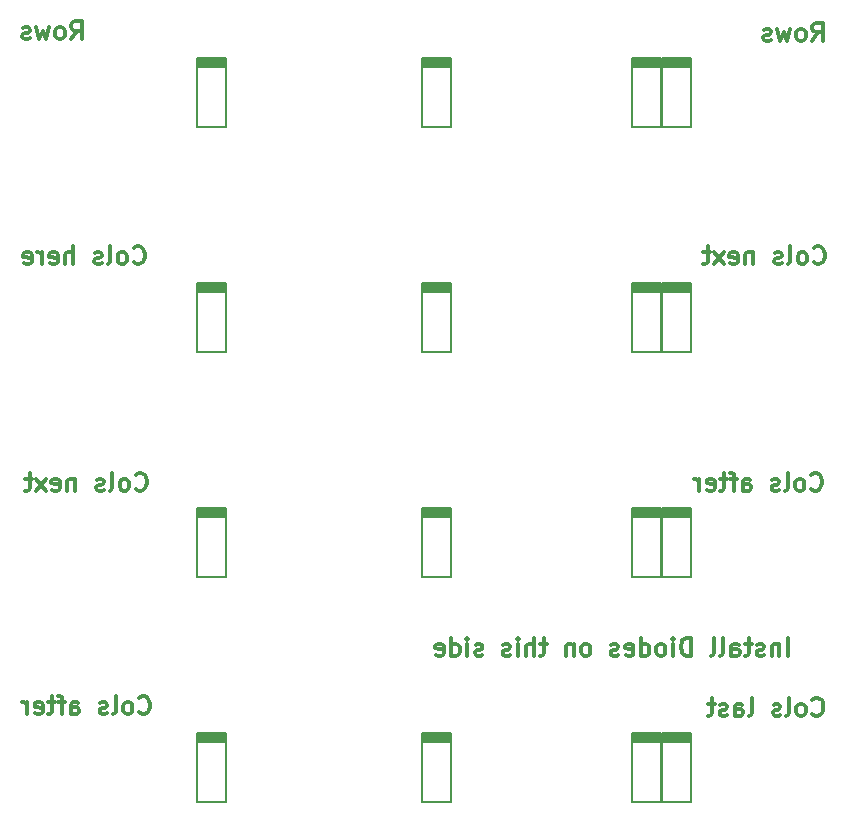
<source format=gbr>
G04 #@! TF.GenerationSoftware,KiCad,Pcbnew,(5.1.9)-1*
G04 #@! TF.CreationDate,2021-02-07T22:47:52-06:00*
G04 #@! TF.ProjectId,4x4_backpack,3478345f-6261-4636-9b70-61636b2e6b69,rev?*
G04 #@! TF.SameCoordinates,Original*
G04 #@! TF.FileFunction,Legend,Bot*
G04 #@! TF.FilePolarity,Positive*
%FSLAX46Y46*%
G04 Gerber Fmt 4.6, Leading zero omitted, Abs format (unit mm)*
G04 Created by KiCad (PCBNEW (5.1.9)-1) date 2021-02-07 22:47:52*
%MOMM*%
%LPD*%
G01*
G04 APERTURE LIST*
%ADD10C,0.300000*%
%ADD11C,0.200000*%
G04 APERTURE END LIST*
D10*
X146033571Y-119788714D02*
X146105000Y-119860142D01*
X146319285Y-119931571D01*
X146462142Y-119931571D01*
X146676428Y-119860142D01*
X146819285Y-119717285D01*
X146890714Y-119574428D01*
X146962142Y-119288714D01*
X146962142Y-119074428D01*
X146890714Y-118788714D01*
X146819285Y-118645857D01*
X146676428Y-118503000D01*
X146462142Y-118431571D01*
X146319285Y-118431571D01*
X146105000Y-118503000D01*
X146033571Y-118574428D01*
X145176428Y-119931571D02*
X145319285Y-119860142D01*
X145390714Y-119788714D01*
X145462142Y-119645857D01*
X145462142Y-119217285D01*
X145390714Y-119074428D01*
X145319285Y-119003000D01*
X145176428Y-118931571D01*
X144962142Y-118931571D01*
X144819285Y-119003000D01*
X144747857Y-119074428D01*
X144676428Y-119217285D01*
X144676428Y-119645857D01*
X144747857Y-119788714D01*
X144819285Y-119860142D01*
X144962142Y-119931571D01*
X145176428Y-119931571D01*
X143819285Y-119931571D02*
X143962142Y-119860142D01*
X144033571Y-119717285D01*
X144033571Y-118431571D01*
X143319285Y-119860142D02*
X143176428Y-119931571D01*
X142890714Y-119931571D01*
X142747857Y-119860142D01*
X142676428Y-119717285D01*
X142676428Y-119645857D01*
X142747857Y-119503000D01*
X142890714Y-119431571D01*
X143105000Y-119431571D01*
X143247857Y-119360142D01*
X143319285Y-119217285D01*
X143319285Y-119145857D01*
X143247857Y-119003000D01*
X143105000Y-118931571D01*
X142890714Y-118931571D01*
X142747857Y-119003000D01*
X140247857Y-119931571D02*
X140247857Y-119145857D01*
X140319285Y-119003000D01*
X140462142Y-118931571D01*
X140747857Y-118931571D01*
X140890714Y-119003000D01*
X140247857Y-119860142D02*
X140390714Y-119931571D01*
X140747857Y-119931571D01*
X140890714Y-119860142D01*
X140962142Y-119717285D01*
X140962142Y-119574428D01*
X140890714Y-119431571D01*
X140747857Y-119360142D01*
X140390714Y-119360142D01*
X140247857Y-119288714D01*
X139747857Y-118931571D02*
X139176428Y-118931571D01*
X139533571Y-119931571D02*
X139533571Y-118645857D01*
X139462142Y-118503000D01*
X139319285Y-118431571D01*
X139176428Y-118431571D01*
X138890714Y-118931571D02*
X138319285Y-118931571D01*
X138676428Y-118431571D02*
X138676428Y-119717285D01*
X138605000Y-119860142D01*
X138462142Y-119931571D01*
X138319285Y-119931571D01*
X137247857Y-119860142D02*
X137390714Y-119931571D01*
X137676428Y-119931571D01*
X137819285Y-119860142D01*
X137890714Y-119717285D01*
X137890714Y-119145857D01*
X137819285Y-119003000D01*
X137676428Y-118931571D01*
X137390714Y-118931571D01*
X137247857Y-119003000D01*
X137176428Y-119145857D01*
X137176428Y-119288714D01*
X137890714Y-119431571D01*
X136533571Y-119931571D02*
X136533571Y-118931571D01*
X136533571Y-119217285D02*
X136462142Y-119074428D01*
X136390714Y-119003000D01*
X136247857Y-118931571D01*
X136105000Y-118931571D01*
X89137571Y-138711714D02*
X89209000Y-138783142D01*
X89423285Y-138854571D01*
X89566142Y-138854571D01*
X89780428Y-138783142D01*
X89923285Y-138640285D01*
X89994714Y-138497428D01*
X90066142Y-138211714D01*
X90066142Y-137997428D01*
X89994714Y-137711714D01*
X89923285Y-137568857D01*
X89780428Y-137426000D01*
X89566142Y-137354571D01*
X89423285Y-137354571D01*
X89209000Y-137426000D01*
X89137571Y-137497428D01*
X88280428Y-138854571D02*
X88423285Y-138783142D01*
X88494714Y-138711714D01*
X88566142Y-138568857D01*
X88566142Y-138140285D01*
X88494714Y-137997428D01*
X88423285Y-137926000D01*
X88280428Y-137854571D01*
X88066142Y-137854571D01*
X87923285Y-137926000D01*
X87851857Y-137997428D01*
X87780428Y-138140285D01*
X87780428Y-138568857D01*
X87851857Y-138711714D01*
X87923285Y-138783142D01*
X88066142Y-138854571D01*
X88280428Y-138854571D01*
X86923285Y-138854571D02*
X87066142Y-138783142D01*
X87137571Y-138640285D01*
X87137571Y-137354571D01*
X86423285Y-138783142D02*
X86280428Y-138854571D01*
X85994714Y-138854571D01*
X85851857Y-138783142D01*
X85780428Y-138640285D01*
X85780428Y-138568857D01*
X85851857Y-138426000D01*
X85994714Y-138354571D01*
X86209000Y-138354571D01*
X86351857Y-138283142D01*
X86423285Y-138140285D01*
X86423285Y-138068857D01*
X86351857Y-137926000D01*
X86209000Y-137854571D01*
X85994714Y-137854571D01*
X85851857Y-137926000D01*
X83351857Y-138854571D02*
X83351857Y-138068857D01*
X83423285Y-137926000D01*
X83566142Y-137854571D01*
X83851857Y-137854571D01*
X83994714Y-137926000D01*
X83351857Y-138783142D02*
X83494714Y-138854571D01*
X83851857Y-138854571D01*
X83994714Y-138783142D01*
X84066142Y-138640285D01*
X84066142Y-138497428D01*
X83994714Y-138354571D01*
X83851857Y-138283142D01*
X83494714Y-138283142D01*
X83351857Y-138211714D01*
X82851857Y-137854571D02*
X82280428Y-137854571D01*
X82637571Y-138854571D02*
X82637571Y-137568857D01*
X82566142Y-137426000D01*
X82423285Y-137354571D01*
X82280428Y-137354571D01*
X81994714Y-137854571D02*
X81423285Y-137854571D01*
X81780428Y-137354571D02*
X81780428Y-138640285D01*
X81709000Y-138783142D01*
X81566142Y-138854571D01*
X81423285Y-138854571D01*
X80351857Y-138783142D02*
X80494714Y-138854571D01*
X80780428Y-138854571D01*
X80923285Y-138783142D01*
X80994714Y-138640285D01*
X80994714Y-138068857D01*
X80923285Y-137926000D01*
X80780428Y-137854571D01*
X80494714Y-137854571D01*
X80351857Y-137926000D01*
X80280428Y-138068857D01*
X80280428Y-138211714D01*
X80994714Y-138354571D01*
X79637571Y-138854571D02*
X79637571Y-137854571D01*
X79637571Y-138140285D02*
X79566142Y-137997428D01*
X79494714Y-137926000D01*
X79351857Y-137854571D01*
X79209000Y-137854571D01*
X146132857Y-138838714D02*
X146204285Y-138910142D01*
X146418571Y-138981571D01*
X146561428Y-138981571D01*
X146775714Y-138910142D01*
X146918571Y-138767285D01*
X146990000Y-138624428D01*
X147061428Y-138338714D01*
X147061428Y-138124428D01*
X146990000Y-137838714D01*
X146918571Y-137695857D01*
X146775714Y-137553000D01*
X146561428Y-137481571D01*
X146418571Y-137481571D01*
X146204285Y-137553000D01*
X146132857Y-137624428D01*
X145275714Y-138981571D02*
X145418571Y-138910142D01*
X145490000Y-138838714D01*
X145561428Y-138695857D01*
X145561428Y-138267285D01*
X145490000Y-138124428D01*
X145418571Y-138053000D01*
X145275714Y-137981571D01*
X145061428Y-137981571D01*
X144918571Y-138053000D01*
X144847142Y-138124428D01*
X144775714Y-138267285D01*
X144775714Y-138695857D01*
X144847142Y-138838714D01*
X144918571Y-138910142D01*
X145061428Y-138981571D01*
X145275714Y-138981571D01*
X143918571Y-138981571D02*
X144061428Y-138910142D01*
X144132857Y-138767285D01*
X144132857Y-137481571D01*
X143418571Y-138910142D02*
X143275714Y-138981571D01*
X142990000Y-138981571D01*
X142847142Y-138910142D01*
X142775714Y-138767285D01*
X142775714Y-138695857D01*
X142847142Y-138553000D01*
X142990000Y-138481571D01*
X143204285Y-138481571D01*
X143347142Y-138410142D01*
X143418571Y-138267285D01*
X143418571Y-138195857D01*
X143347142Y-138053000D01*
X143204285Y-137981571D01*
X142990000Y-137981571D01*
X142847142Y-138053000D01*
X140775714Y-138981571D02*
X140918571Y-138910142D01*
X140990000Y-138767285D01*
X140990000Y-137481571D01*
X139561428Y-138981571D02*
X139561428Y-138195857D01*
X139632857Y-138053000D01*
X139775714Y-137981571D01*
X140061428Y-137981571D01*
X140204285Y-138053000D01*
X139561428Y-138910142D02*
X139704285Y-138981571D01*
X140061428Y-138981571D01*
X140204285Y-138910142D01*
X140275714Y-138767285D01*
X140275714Y-138624428D01*
X140204285Y-138481571D01*
X140061428Y-138410142D01*
X139704285Y-138410142D01*
X139561428Y-138338714D01*
X138918571Y-138910142D02*
X138775714Y-138981571D01*
X138490000Y-138981571D01*
X138347142Y-138910142D01*
X138275714Y-138767285D01*
X138275714Y-138695857D01*
X138347142Y-138553000D01*
X138490000Y-138481571D01*
X138704285Y-138481571D01*
X138847142Y-138410142D01*
X138918571Y-138267285D01*
X138918571Y-138195857D01*
X138847142Y-138053000D01*
X138704285Y-137981571D01*
X138490000Y-137981571D01*
X138347142Y-138053000D01*
X137847142Y-137981571D02*
X137275714Y-137981571D01*
X137632857Y-137481571D02*
X137632857Y-138767285D01*
X137561428Y-138910142D01*
X137418571Y-138981571D01*
X137275714Y-138981571D01*
X88851857Y-119788714D02*
X88923285Y-119860142D01*
X89137571Y-119931571D01*
X89280428Y-119931571D01*
X89494714Y-119860142D01*
X89637571Y-119717285D01*
X89709000Y-119574428D01*
X89780428Y-119288714D01*
X89780428Y-119074428D01*
X89709000Y-118788714D01*
X89637571Y-118645857D01*
X89494714Y-118503000D01*
X89280428Y-118431571D01*
X89137571Y-118431571D01*
X88923285Y-118503000D01*
X88851857Y-118574428D01*
X87994714Y-119931571D02*
X88137571Y-119860142D01*
X88209000Y-119788714D01*
X88280428Y-119645857D01*
X88280428Y-119217285D01*
X88209000Y-119074428D01*
X88137571Y-119003000D01*
X87994714Y-118931571D01*
X87780428Y-118931571D01*
X87637571Y-119003000D01*
X87566142Y-119074428D01*
X87494714Y-119217285D01*
X87494714Y-119645857D01*
X87566142Y-119788714D01*
X87637571Y-119860142D01*
X87780428Y-119931571D01*
X87994714Y-119931571D01*
X86637571Y-119931571D02*
X86780428Y-119860142D01*
X86851857Y-119717285D01*
X86851857Y-118431571D01*
X86137571Y-119860142D02*
X85994714Y-119931571D01*
X85709000Y-119931571D01*
X85566142Y-119860142D01*
X85494714Y-119717285D01*
X85494714Y-119645857D01*
X85566142Y-119503000D01*
X85709000Y-119431571D01*
X85923285Y-119431571D01*
X86066142Y-119360142D01*
X86137571Y-119217285D01*
X86137571Y-119145857D01*
X86066142Y-119003000D01*
X85923285Y-118931571D01*
X85709000Y-118931571D01*
X85566142Y-119003000D01*
X83709000Y-118931571D02*
X83709000Y-119931571D01*
X83709000Y-119074428D02*
X83637571Y-119003000D01*
X83494714Y-118931571D01*
X83280428Y-118931571D01*
X83137571Y-119003000D01*
X83066142Y-119145857D01*
X83066142Y-119931571D01*
X81780428Y-119860142D02*
X81923285Y-119931571D01*
X82209000Y-119931571D01*
X82351857Y-119860142D01*
X82423285Y-119717285D01*
X82423285Y-119145857D01*
X82351857Y-119003000D01*
X82209000Y-118931571D01*
X81923285Y-118931571D01*
X81780428Y-119003000D01*
X81709000Y-119145857D01*
X81709000Y-119288714D01*
X82423285Y-119431571D01*
X81209000Y-119931571D02*
X80423285Y-118931571D01*
X81209000Y-118931571D02*
X80423285Y-119931571D01*
X80066142Y-118931571D02*
X79494714Y-118931571D01*
X79851857Y-118431571D02*
X79851857Y-119717285D01*
X79780428Y-119860142D01*
X79637571Y-119931571D01*
X79494714Y-119931571D01*
X146255857Y-100611714D02*
X146327285Y-100683142D01*
X146541571Y-100754571D01*
X146684428Y-100754571D01*
X146898714Y-100683142D01*
X147041571Y-100540285D01*
X147113000Y-100397428D01*
X147184428Y-100111714D01*
X147184428Y-99897428D01*
X147113000Y-99611714D01*
X147041571Y-99468857D01*
X146898714Y-99326000D01*
X146684428Y-99254571D01*
X146541571Y-99254571D01*
X146327285Y-99326000D01*
X146255857Y-99397428D01*
X145398714Y-100754571D02*
X145541571Y-100683142D01*
X145613000Y-100611714D01*
X145684428Y-100468857D01*
X145684428Y-100040285D01*
X145613000Y-99897428D01*
X145541571Y-99826000D01*
X145398714Y-99754571D01*
X145184428Y-99754571D01*
X145041571Y-99826000D01*
X144970142Y-99897428D01*
X144898714Y-100040285D01*
X144898714Y-100468857D01*
X144970142Y-100611714D01*
X145041571Y-100683142D01*
X145184428Y-100754571D01*
X145398714Y-100754571D01*
X144041571Y-100754571D02*
X144184428Y-100683142D01*
X144255857Y-100540285D01*
X144255857Y-99254571D01*
X143541571Y-100683142D02*
X143398714Y-100754571D01*
X143113000Y-100754571D01*
X142970142Y-100683142D01*
X142898714Y-100540285D01*
X142898714Y-100468857D01*
X142970142Y-100326000D01*
X143113000Y-100254571D01*
X143327285Y-100254571D01*
X143470142Y-100183142D01*
X143541571Y-100040285D01*
X143541571Y-99968857D01*
X143470142Y-99826000D01*
X143327285Y-99754571D01*
X143113000Y-99754571D01*
X142970142Y-99826000D01*
X141113000Y-99754571D02*
X141113000Y-100754571D01*
X141113000Y-99897428D02*
X141041571Y-99826000D01*
X140898714Y-99754571D01*
X140684428Y-99754571D01*
X140541571Y-99826000D01*
X140470142Y-99968857D01*
X140470142Y-100754571D01*
X139184428Y-100683142D02*
X139327285Y-100754571D01*
X139613000Y-100754571D01*
X139755857Y-100683142D01*
X139827285Y-100540285D01*
X139827285Y-99968857D01*
X139755857Y-99826000D01*
X139613000Y-99754571D01*
X139327285Y-99754571D01*
X139184428Y-99826000D01*
X139113000Y-99968857D01*
X139113000Y-100111714D01*
X139827285Y-100254571D01*
X138613000Y-100754571D02*
X137827285Y-99754571D01*
X138613000Y-99754571D02*
X137827285Y-100754571D01*
X137470142Y-99754571D02*
X136898714Y-99754571D01*
X137255857Y-99254571D02*
X137255857Y-100540285D01*
X137184428Y-100683142D01*
X137041571Y-100754571D01*
X136898714Y-100754571D01*
X88669285Y-100611714D02*
X88740714Y-100683142D01*
X88955000Y-100754571D01*
X89097857Y-100754571D01*
X89312142Y-100683142D01*
X89455000Y-100540285D01*
X89526428Y-100397428D01*
X89597857Y-100111714D01*
X89597857Y-99897428D01*
X89526428Y-99611714D01*
X89455000Y-99468857D01*
X89312142Y-99326000D01*
X89097857Y-99254571D01*
X88955000Y-99254571D01*
X88740714Y-99326000D01*
X88669285Y-99397428D01*
X87812142Y-100754571D02*
X87955000Y-100683142D01*
X88026428Y-100611714D01*
X88097857Y-100468857D01*
X88097857Y-100040285D01*
X88026428Y-99897428D01*
X87955000Y-99826000D01*
X87812142Y-99754571D01*
X87597857Y-99754571D01*
X87455000Y-99826000D01*
X87383571Y-99897428D01*
X87312142Y-100040285D01*
X87312142Y-100468857D01*
X87383571Y-100611714D01*
X87455000Y-100683142D01*
X87597857Y-100754571D01*
X87812142Y-100754571D01*
X86455000Y-100754571D02*
X86597857Y-100683142D01*
X86669285Y-100540285D01*
X86669285Y-99254571D01*
X85955000Y-100683142D02*
X85812142Y-100754571D01*
X85526428Y-100754571D01*
X85383571Y-100683142D01*
X85312142Y-100540285D01*
X85312142Y-100468857D01*
X85383571Y-100326000D01*
X85526428Y-100254571D01*
X85740714Y-100254571D01*
X85883571Y-100183142D01*
X85955000Y-100040285D01*
X85955000Y-99968857D01*
X85883571Y-99826000D01*
X85740714Y-99754571D01*
X85526428Y-99754571D01*
X85383571Y-99826000D01*
X83526428Y-100754571D02*
X83526428Y-99254571D01*
X82883571Y-100754571D02*
X82883571Y-99968857D01*
X82955000Y-99826000D01*
X83097857Y-99754571D01*
X83312142Y-99754571D01*
X83455000Y-99826000D01*
X83526428Y-99897428D01*
X81597857Y-100683142D02*
X81740714Y-100754571D01*
X82026428Y-100754571D01*
X82169285Y-100683142D01*
X82240714Y-100540285D01*
X82240714Y-99968857D01*
X82169285Y-99826000D01*
X82026428Y-99754571D01*
X81740714Y-99754571D01*
X81597857Y-99826000D01*
X81526428Y-99968857D01*
X81526428Y-100111714D01*
X82240714Y-100254571D01*
X80883571Y-100754571D02*
X80883571Y-99754571D01*
X80883571Y-100040285D02*
X80812142Y-99897428D01*
X80740714Y-99826000D01*
X80597857Y-99754571D01*
X80455000Y-99754571D01*
X79383571Y-100683142D02*
X79526428Y-100754571D01*
X79812142Y-100754571D01*
X79955000Y-100683142D01*
X80026428Y-100540285D01*
X80026428Y-99968857D01*
X79955000Y-99826000D01*
X79812142Y-99754571D01*
X79526428Y-99754571D01*
X79383571Y-99826000D01*
X79312142Y-99968857D01*
X79312142Y-100111714D01*
X80026428Y-100254571D01*
X146133142Y-81831571D02*
X146633142Y-81117285D01*
X146990285Y-81831571D02*
X146990285Y-80331571D01*
X146418857Y-80331571D01*
X146276000Y-80403000D01*
X146204571Y-80474428D01*
X146133142Y-80617285D01*
X146133142Y-80831571D01*
X146204571Y-80974428D01*
X146276000Y-81045857D01*
X146418857Y-81117285D01*
X146990285Y-81117285D01*
X145276000Y-81831571D02*
X145418857Y-81760142D01*
X145490285Y-81688714D01*
X145561714Y-81545857D01*
X145561714Y-81117285D01*
X145490285Y-80974428D01*
X145418857Y-80903000D01*
X145276000Y-80831571D01*
X145061714Y-80831571D01*
X144918857Y-80903000D01*
X144847428Y-80974428D01*
X144776000Y-81117285D01*
X144776000Y-81545857D01*
X144847428Y-81688714D01*
X144918857Y-81760142D01*
X145061714Y-81831571D01*
X145276000Y-81831571D01*
X144276000Y-80831571D02*
X143990285Y-81831571D01*
X143704571Y-81117285D01*
X143418857Y-81831571D01*
X143133142Y-80831571D01*
X142633142Y-81760142D02*
X142490285Y-81831571D01*
X142204571Y-81831571D01*
X142061714Y-81760142D01*
X141990285Y-81617285D01*
X141990285Y-81545857D01*
X142061714Y-81403000D01*
X142204571Y-81331571D01*
X142418857Y-81331571D01*
X142561714Y-81260142D01*
X142633142Y-81117285D01*
X142633142Y-81045857D01*
X142561714Y-80903000D01*
X142418857Y-80831571D01*
X142204571Y-80831571D01*
X142061714Y-80903000D01*
X83395142Y-81704571D02*
X83895142Y-80990285D01*
X84252285Y-81704571D02*
X84252285Y-80204571D01*
X83680857Y-80204571D01*
X83538000Y-80276000D01*
X83466571Y-80347428D01*
X83395142Y-80490285D01*
X83395142Y-80704571D01*
X83466571Y-80847428D01*
X83538000Y-80918857D01*
X83680857Y-80990285D01*
X84252285Y-80990285D01*
X82538000Y-81704571D02*
X82680857Y-81633142D01*
X82752285Y-81561714D01*
X82823714Y-81418857D01*
X82823714Y-80990285D01*
X82752285Y-80847428D01*
X82680857Y-80776000D01*
X82538000Y-80704571D01*
X82323714Y-80704571D01*
X82180857Y-80776000D01*
X82109428Y-80847428D01*
X82038000Y-80990285D01*
X82038000Y-81418857D01*
X82109428Y-81561714D01*
X82180857Y-81633142D01*
X82323714Y-81704571D01*
X82538000Y-81704571D01*
X81538000Y-80704571D02*
X81252285Y-81704571D01*
X80966571Y-80990285D01*
X80680857Y-81704571D01*
X80395142Y-80704571D01*
X79895142Y-81633142D02*
X79752285Y-81704571D01*
X79466571Y-81704571D01*
X79323714Y-81633142D01*
X79252285Y-81490285D01*
X79252285Y-81418857D01*
X79323714Y-81276000D01*
X79466571Y-81204571D01*
X79680857Y-81204571D01*
X79823714Y-81133142D01*
X79895142Y-80990285D01*
X79895142Y-80918857D01*
X79823714Y-80776000D01*
X79680857Y-80704571D01*
X79466571Y-80704571D01*
X79323714Y-80776000D01*
X144051857Y-133901571D02*
X144051857Y-132401571D01*
X143337571Y-132901571D02*
X143337571Y-133901571D01*
X143337571Y-133044428D02*
X143266142Y-132973000D01*
X143123285Y-132901571D01*
X142909000Y-132901571D01*
X142766142Y-132973000D01*
X142694714Y-133115857D01*
X142694714Y-133901571D01*
X142051857Y-133830142D02*
X141909000Y-133901571D01*
X141623285Y-133901571D01*
X141480428Y-133830142D01*
X141409000Y-133687285D01*
X141409000Y-133615857D01*
X141480428Y-133473000D01*
X141623285Y-133401571D01*
X141837571Y-133401571D01*
X141980428Y-133330142D01*
X142051857Y-133187285D01*
X142051857Y-133115857D01*
X141980428Y-132973000D01*
X141837571Y-132901571D01*
X141623285Y-132901571D01*
X141480428Y-132973000D01*
X140980428Y-132901571D02*
X140409000Y-132901571D01*
X140766142Y-132401571D02*
X140766142Y-133687285D01*
X140694714Y-133830142D01*
X140551857Y-133901571D01*
X140409000Y-133901571D01*
X139266142Y-133901571D02*
X139266142Y-133115857D01*
X139337571Y-132973000D01*
X139480428Y-132901571D01*
X139766142Y-132901571D01*
X139909000Y-132973000D01*
X139266142Y-133830142D02*
X139409000Y-133901571D01*
X139766142Y-133901571D01*
X139909000Y-133830142D01*
X139980428Y-133687285D01*
X139980428Y-133544428D01*
X139909000Y-133401571D01*
X139766142Y-133330142D01*
X139409000Y-133330142D01*
X139266142Y-133258714D01*
X138337571Y-133901571D02*
X138480428Y-133830142D01*
X138551857Y-133687285D01*
X138551857Y-132401571D01*
X137551857Y-133901571D02*
X137694714Y-133830142D01*
X137766142Y-133687285D01*
X137766142Y-132401571D01*
X135837571Y-133901571D02*
X135837571Y-132401571D01*
X135480428Y-132401571D01*
X135266142Y-132473000D01*
X135123285Y-132615857D01*
X135051857Y-132758714D01*
X134980428Y-133044428D01*
X134980428Y-133258714D01*
X135051857Y-133544428D01*
X135123285Y-133687285D01*
X135266142Y-133830142D01*
X135480428Y-133901571D01*
X135837571Y-133901571D01*
X134337571Y-133901571D02*
X134337571Y-132901571D01*
X134337571Y-132401571D02*
X134409000Y-132473000D01*
X134337571Y-132544428D01*
X134266142Y-132473000D01*
X134337571Y-132401571D01*
X134337571Y-132544428D01*
X133409000Y-133901571D02*
X133551857Y-133830142D01*
X133623285Y-133758714D01*
X133694714Y-133615857D01*
X133694714Y-133187285D01*
X133623285Y-133044428D01*
X133551857Y-132973000D01*
X133409000Y-132901571D01*
X133194714Y-132901571D01*
X133051857Y-132973000D01*
X132980428Y-133044428D01*
X132909000Y-133187285D01*
X132909000Y-133615857D01*
X132980428Y-133758714D01*
X133051857Y-133830142D01*
X133194714Y-133901571D01*
X133409000Y-133901571D01*
X131623285Y-133901571D02*
X131623285Y-132401571D01*
X131623285Y-133830142D02*
X131766142Y-133901571D01*
X132051857Y-133901571D01*
X132194714Y-133830142D01*
X132266142Y-133758714D01*
X132337571Y-133615857D01*
X132337571Y-133187285D01*
X132266142Y-133044428D01*
X132194714Y-132973000D01*
X132051857Y-132901571D01*
X131766142Y-132901571D01*
X131623285Y-132973000D01*
X130337571Y-133830142D02*
X130480428Y-133901571D01*
X130766142Y-133901571D01*
X130909000Y-133830142D01*
X130980428Y-133687285D01*
X130980428Y-133115857D01*
X130909000Y-132973000D01*
X130766142Y-132901571D01*
X130480428Y-132901571D01*
X130337571Y-132973000D01*
X130266142Y-133115857D01*
X130266142Y-133258714D01*
X130980428Y-133401571D01*
X129694714Y-133830142D02*
X129551857Y-133901571D01*
X129266142Y-133901571D01*
X129123285Y-133830142D01*
X129051857Y-133687285D01*
X129051857Y-133615857D01*
X129123285Y-133473000D01*
X129266142Y-133401571D01*
X129480428Y-133401571D01*
X129623285Y-133330142D01*
X129694714Y-133187285D01*
X129694714Y-133115857D01*
X129623285Y-132973000D01*
X129480428Y-132901571D01*
X129266142Y-132901571D01*
X129123285Y-132973000D01*
X127051857Y-133901571D02*
X127194714Y-133830142D01*
X127266142Y-133758714D01*
X127337571Y-133615857D01*
X127337571Y-133187285D01*
X127266142Y-133044428D01*
X127194714Y-132973000D01*
X127051857Y-132901571D01*
X126837571Y-132901571D01*
X126694714Y-132973000D01*
X126623285Y-133044428D01*
X126551857Y-133187285D01*
X126551857Y-133615857D01*
X126623285Y-133758714D01*
X126694714Y-133830142D01*
X126837571Y-133901571D01*
X127051857Y-133901571D01*
X125909000Y-132901571D02*
X125909000Y-133901571D01*
X125909000Y-133044428D02*
X125837571Y-132973000D01*
X125694714Y-132901571D01*
X125480428Y-132901571D01*
X125337571Y-132973000D01*
X125266142Y-133115857D01*
X125266142Y-133901571D01*
X123623285Y-132901571D02*
X123051857Y-132901571D01*
X123409000Y-132401571D02*
X123409000Y-133687285D01*
X123337571Y-133830142D01*
X123194714Y-133901571D01*
X123051857Y-133901571D01*
X122551857Y-133901571D02*
X122551857Y-132401571D01*
X121909000Y-133901571D02*
X121909000Y-133115857D01*
X121980428Y-132973000D01*
X122123285Y-132901571D01*
X122337571Y-132901571D01*
X122480428Y-132973000D01*
X122551857Y-133044428D01*
X121194714Y-133901571D02*
X121194714Y-132901571D01*
X121194714Y-132401571D02*
X121266142Y-132473000D01*
X121194714Y-132544428D01*
X121123285Y-132473000D01*
X121194714Y-132401571D01*
X121194714Y-132544428D01*
X120551857Y-133830142D02*
X120409000Y-133901571D01*
X120123285Y-133901571D01*
X119980428Y-133830142D01*
X119909000Y-133687285D01*
X119909000Y-133615857D01*
X119980428Y-133473000D01*
X120123285Y-133401571D01*
X120337571Y-133401571D01*
X120480428Y-133330142D01*
X120551857Y-133187285D01*
X120551857Y-133115857D01*
X120480428Y-132973000D01*
X120337571Y-132901571D01*
X120123285Y-132901571D01*
X119980428Y-132973000D01*
X118194714Y-133830142D02*
X118051857Y-133901571D01*
X117766142Y-133901571D01*
X117623285Y-133830142D01*
X117551857Y-133687285D01*
X117551857Y-133615857D01*
X117623285Y-133473000D01*
X117766142Y-133401571D01*
X117980428Y-133401571D01*
X118123285Y-133330142D01*
X118194714Y-133187285D01*
X118194714Y-133115857D01*
X118123285Y-132973000D01*
X117980428Y-132901571D01*
X117766142Y-132901571D01*
X117623285Y-132973000D01*
X116909000Y-133901571D02*
X116909000Y-132901571D01*
X116909000Y-132401571D02*
X116980428Y-132473000D01*
X116909000Y-132544428D01*
X116837571Y-132473000D01*
X116909000Y-132401571D01*
X116909000Y-132544428D01*
X115551857Y-133901571D02*
X115551857Y-132401571D01*
X115551857Y-133830142D02*
X115694714Y-133901571D01*
X115980428Y-133901571D01*
X116123285Y-133830142D01*
X116194714Y-133758714D01*
X116266142Y-133615857D01*
X116266142Y-133187285D01*
X116194714Y-133044428D01*
X116123285Y-132973000D01*
X115980428Y-132901571D01*
X115694714Y-132901571D01*
X115551857Y-132973000D01*
X114266142Y-133830142D02*
X114409000Y-133901571D01*
X114694714Y-133901571D01*
X114837571Y-133830142D01*
X114909000Y-133687285D01*
X114909000Y-133115857D01*
X114837571Y-132973000D01*
X114694714Y-132901571D01*
X114409000Y-132901571D01*
X114266142Y-132973000D01*
X114194714Y-133115857D01*
X114194714Y-133258714D01*
X114909000Y-133401571D01*
D11*
X133420000Y-146310000D02*
X133420000Y-140510000D01*
X135820000Y-146310000D02*
X133420000Y-146310000D01*
X135820000Y-140510000D02*
X135820000Y-146310000D01*
X135820000Y-140585000D02*
X133420000Y-140585000D01*
X135820000Y-140710000D02*
X133420000Y-140710000D01*
X133420000Y-140485000D02*
X135820000Y-140485000D01*
X135820000Y-140885000D02*
X133420000Y-140885000D01*
X135820000Y-141060000D02*
X133420000Y-141060000D01*
X135820000Y-141235000D02*
X133420000Y-141235000D01*
X113100000Y-89160000D02*
X113100000Y-83360000D01*
X115500000Y-89160000D02*
X113100000Y-89160000D01*
X115500000Y-83360000D02*
X115500000Y-89160000D01*
X115500000Y-83435000D02*
X113100000Y-83435000D01*
X115500000Y-83560000D02*
X113100000Y-83560000D01*
X113100000Y-83335000D02*
X115500000Y-83335000D01*
X115500000Y-83735000D02*
X113100000Y-83735000D01*
X115500000Y-83910000D02*
X113100000Y-83910000D01*
X115500000Y-84085000D02*
X113100000Y-84085000D01*
X94050000Y-89160000D02*
X94050000Y-83360000D01*
X96450000Y-89160000D02*
X94050000Y-89160000D01*
X96450000Y-83360000D02*
X96450000Y-89160000D01*
X96450000Y-83435000D02*
X94050000Y-83435000D01*
X96450000Y-83560000D02*
X94050000Y-83560000D01*
X94050000Y-83335000D02*
X96450000Y-83335000D01*
X96450000Y-83735000D02*
X94050000Y-83735000D01*
X96450000Y-83910000D02*
X94050000Y-83910000D01*
X96450000Y-84085000D02*
X94050000Y-84085000D01*
X133280000Y-84085000D02*
X130880000Y-84085000D01*
X133280000Y-83910000D02*
X130880000Y-83910000D01*
X133280000Y-83735000D02*
X130880000Y-83735000D01*
X130880000Y-83335000D02*
X133280000Y-83335000D01*
X133280000Y-83560000D02*
X130880000Y-83560000D01*
X133280000Y-83435000D02*
X130880000Y-83435000D01*
X133280000Y-83360000D02*
X133280000Y-89160000D01*
X133280000Y-89160000D02*
X130880000Y-89160000D01*
X130880000Y-89160000D02*
X130880000Y-83360000D01*
X135820000Y-84085000D02*
X133420000Y-84085000D01*
X135820000Y-83910000D02*
X133420000Y-83910000D01*
X135820000Y-83735000D02*
X133420000Y-83735000D01*
X133420000Y-83335000D02*
X135820000Y-83335000D01*
X135820000Y-83560000D02*
X133420000Y-83560000D01*
X135820000Y-83435000D02*
X133420000Y-83435000D01*
X135820000Y-83360000D02*
X135820000Y-89160000D01*
X135820000Y-89160000D02*
X133420000Y-89160000D01*
X133420000Y-89160000D02*
X133420000Y-83360000D01*
X94050000Y-108210000D02*
X94050000Y-102410000D01*
X96450000Y-108210000D02*
X94050000Y-108210000D01*
X96450000Y-102410000D02*
X96450000Y-108210000D01*
X96450000Y-102485000D02*
X94050000Y-102485000D01*
X96450000Y-102610000D02*
X94050000Y-102610000D01*
X94050000Y-102385000D02*
X96450000Y-102385000D01*
X96450000Y-102785000D02*
X94050000Y-102785000D01*
X96450000Y-102960000D02*
X94050000Y-102960000D01*
X96450000Y-103135000D02*
X94050000Y-103135000D01*
X115500000Y-103135000D02*
X113100000Y-103135000D01*
X115500000Y-102960000D02*
X113100000Y-102960000D01*
X115500000Y-102785000D02*
X113100000Y-102785000D01*
X113100000Y-102385000D02*
X115500000Y-102385000D01*
X115500000Y-102610000D02*
X113100000Y-102610000D01*
X115500000Y-102485000D02*
X113100000Y-102485000D01*
X115500000Y-102410000D02*
X115500000Y-108210000D01*
X115500000Y-108210000D02*
X113100000Y-108210000D01*
X113100000Y-108210000D02*
X113100000Y-102410000D01*
X130880000Y-108210000D02*
X130880000Y-102410000D01*
X133280000Y-108210000D02*
X130880000Y-108210000D01*
X133280000Y-102410000D02*
X133280000Y-108210000D01*
X133280000Y-102485000D02*
X130880000Y-102485000D01*
X133280000Y-102610000D02*
X130880000Y-102610000D01*
X130880000Y-102385000D02*
X133280000Y-102385000D01*
X133280000Y-102785000D02*
X130880000Y-102785000D01*
X133280000Y-102960000D02*
X130880000Y-102960000D01*
X133280000Y-103135000D02*
X130880000Y-103135000D01*
X135820000Y-103135000D02*
X133420000Y-103135000D01*
X135820000Y-102960000D02*
X133420000Y-102960000D01*
X135820000Y-102785000D02*
X133420000Y-102785000D01*
X133420000Y-102385000D02*
X135820000Y-102385000D01*
X135820000Y-102610000D02*
X133420000Y-102610000D01*
X135820000Y-102485000D02*
X133420000Y-102485000D01*
X135820000Y-102410000D02*
X135820000Y-108210000D01*
X135820000Y-108210000D02*
X133420000Y-108210000D01*
X133420000Y-108210000D02*
X133420000Y-102410000D01*
X96450000Y-122185000D02*
X94050000Y-122185000D01*
X96450000Y-122010000D02*
X94050000Y-122010000D01*
X96450000Y-121835000D02*
X94050000Y-121835000D01*
X94050000Y-121435000D02*
X96450000Y-121435000D01*
X96450000Y-121660000D02*
X94050000Y-121660000D01*
X96450000Y-121535000D02*
X94050000Y-121535000D01*
X96450000Y-121460000D02*
X96450000Y-127260000D01*
X96450000Y-127260000D02*
X94050000Y-127260000D01*
X94050000Y-127260000D02*
X94050000Y-121460000D01*
X113100000Y-127260000D02*
X113100000Y-121460000D01*
X115500000Y-127260000D02*
X113100000Y-127260000D01*
X115500000Y-121460000D02*
X115500000Y-127260000D01*
X115500000Y-121535000D02*
X113100000Y-121535000D01*
X115500000Y-121660000D02*
X113100000Y-121660000D01*
X113100000Y-121435000D02*
X115500000Y-121435000D01*
X115500000Y-121835000D02*
X113100000Y-121835000D01*
X115500000Y-122010000D02*
X113100000Y-122010000D01*
X115500000Y-122185000D02*
X113100000Y-122185000D01*
X133280000Y-122185000D02*
X130880000Y-122185000D01*
X133280000Y-122010000D02*
X130880000Y-122010000D01*
X133280000Y-121835000D02*
X130880000Y-121835000D01*
X130880000Y-121435000D02*
X133280000Y-121435000D01*
X133280000Y-121660000D02*
X130880000Y-121660000D01*
X133280000Y-121535000D02*
X130880000Y-121535000D01*
X133280000Y-121460000D02*
X133280000Y-127260000D01*
X133280000Y-127260000D02*
X130880000Y-127260000D01*
X130880000Y-127260000D02*
X130880000Y-121460000D01*
X133420000Y-127260000D02*
X133420000Y-121460000D01*
X135820000Y-127260000D02*
X133420000Y-127260000D01*
X135820000Y-121460000D02*
X135820000Y-127260000D01*
X135820000Y-121535000D02*
X133420000Y-121535000D01*
X135820000Y-121660000D02*
X133420000Y-121660000D01*
X133420000Y-121435000D02*
X135820000Y-121435000D01*
X135820000Y-121835000D02*
X133420000Y-121835000D01*
X135820000Y-122010000D02*
X133420000Y-122010000D01*
X135820000Y-122185000D02*
X133420000Y-122185000D01*
X94050000Y-146310000D02*
X94050000Y-140510000D01*
X96450000Y-146310000D02*
X94050000Y-146310000D01*
X96450000Y-140510000D02*
X96450000Y-146310000D01*
X96450000Y-140585000D02*
X94050000Y-140585000D01*
X96450000Y-140710000D02*
X94050000Y-140710000D01*
X94050000Y-140485000D02*
X96450000Y-140485000D01*
X96450000Y-140885000D02*
X94050000Y-140885000D01*
X96450000Y-141060000D02*
X94050000Y-141060000D01*
X96450000Y-141235000D02*
X94050000Y-141235000D01*
X115500000Y-141235000D02*
X113100000Y-141235000D01*
X115500000Y-141060000D02*
X113100000Y-141060000D01*
X115500000Y-140885000D02*
X113100000Y-140885000D01*
X113100000Y-140485000D02*
X115500000Y-140485000D01*
X115500000Y-140710000D02*
X113100000Y-140710000D01*
X115500000Y-140585000D02*
X113100000Y-140585000D01*
X115500000Y-140510000D02*
X115500000Y-146310000D01*
X115500000Y-146310000D02*
X113100000Y-146310000D01*
X113100000Y-146310000D02*
X113100000Y-140510000D01*
X133280000Y-141235000D02*
X130880000Y-141235000D01*
X133280000Y-141060000D02*
X130880000Y-141060000D01*
X133280000Y-140885000D02*
X130880000Y-140885000D01*
X130880000Y-140485000D02*
X133280000Y-140485000D01*
X133280000Y-140710000D02*
X130880000Y-140710000D01*
X133280000Y-140585000D02*
X130880000Y-140585000D01*
X133280000Y-140510000D02*
X133280000Y-146310000D01*
X133280000Y-146310000D02*
X130880000Y-146310000D01*
X130880000Y-146310000D02*
X130880000Y-140510000D01*
M02*

</source>
